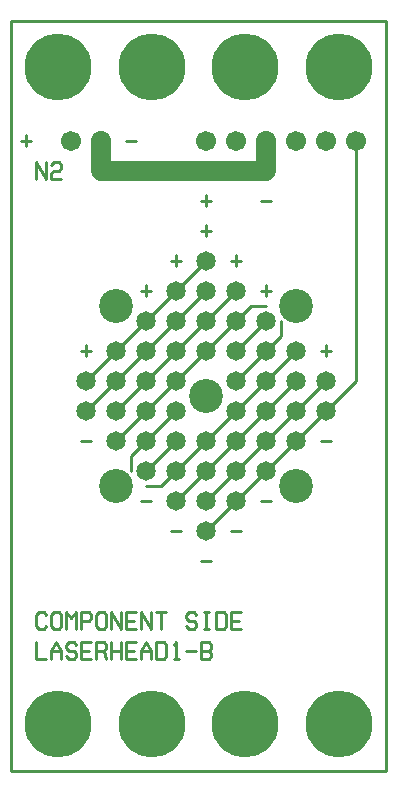
<source format=gtl>
%MOIN*%
%FSLAX25Y25*%
G04 D10 used for Character Trace; *
G04     Circle (OD=.01000) (No hole)*
G04 D11 used for Power Trace; *
G04     Circle (OD=.06700) (No hole)*
G04 D12 used for Signal Trace; *
G04     Circle (OD=.01100) (No hole)*
G04 D13 used for Via; *
G04     Circle (OD=.05800) (Round. Hole ID=.02800)*
G04 D14 used for Component hole; *
G04     Circle (OD=.06500) (Round. Hole ID=.03500)*
G04 D15 used for Component hole; *
G04     Circle (OD=.06700) (Round. Hole ID=.04300)*
G04 D16 used for Component hole; *
G04     Circle (OD=.08100) (Round. Hole ID=.05100)*
G04 D17 used for Component hole; *
G04     Circle (OD=.08900) (Round. Hole ID=.05900)*
G04 D18 used for Component hole; *
G04     Circle (OD=.11300) (Round. Hole ID=.08300)*
G04 D19 used for Component hole; *
G04     Circle (OD=.16000) (Round. Hole ID=.13000)*
G04 D20 used for Component hole; *
G04     Circle (OD=.18300) (Round. Hole ID=.15300)*
G04 D21 used for Component hole; *
G04     Circle (OD=.22291) (Round. Hole ID=.19291)*
%ADD10C,.01000*%
%ADD11C,.06700*%
%ADD12C,.01100*%
%ADD13C,.05800*%
%ADD14C,.06500*%
%ADD15C,.06700*%
%ADD16C,.08100*%
%ADD17C,.08900*%
%ADD18C,.11300*%
%ADD19C,.16000*%
%ADD20C,.18300*%
%ADD21C,.22291*%
%IPPOS*%
%LPD*%
G90*X0Y0D02*D21*X15625Y15625D03*D10*              
X8326Y42871D02*Y37129D01*X11674D01*X13326D02*     
Y40000D01*X15000Y42871D01*X16674Y40000D01*        
Y37129D01*X13326Y40000D02*X16674D01*              
X21674Y41914D02*X20837Y42871D01*X19163D01*        
X18326Y41914D01*Y40957D01*X19163Y40000D01*        
X20837D01*X21674Y39043D01*Y38086D01*              
X20837Y37129D01*X19163D01*X18326Y38086D01*        
X26674Y37129D02*X23326D01*Y42871D01*X26674D01*    
X23326Y40000D02*X25837D01*X28326Y37129D02*        
Y42871D01*X30837D01*X31674Y41914D01*Y40957D01*    
X30837Y40000D01*X28326D01*X30837D02*              
X31674Y37129D01*X33326D02*Y42871D01*              
X36674Y37129D02*Y42871D01*X33326Y40000D02*        
X36674D01*X41674Y37129D02*X38326D01*Y42871D01*    
X41674D01*X38326Y40000D02*X40837D01*              
X43326Y37129D02*Y40000D01*X45000Y42871D01*        
X46674Y40000D01*Y37129D01*X43326Y40000D02*        
X46674D01*X48326Y37129D02*Y42871D01*X50837D01*    
X51674Y41914D01*Y38086D01*X50837Y37129D01*        
X48326D01*X54163Y41914D02*X55000Y42871D01*        
Y37129D01*X54163D02*X55837D01*X58326Y40000D02*    
X61674D01*X63326Y37129D02*Y42871D01*X65837D01*    
X66674Y41914D01*Y40957D01*X65837Y40000D01*        
X66674Y39043D01*Y38086D01*X65837Y37129D01*        
X63326D01*Y40000D02*X65837D01*D21*X46875Y15625D03*
D10*X11674Y48086D02*X10837Y47129D01*X9163D01*     
X8326Y48086D01*Y51914D01*X9163Y52871D01*X10837D01*
X11674Y51914D01*X16674Y48086D02*X15837Y47129D01*  
X14163D01*X13326Y48086D01*Y51914D01*              
X14163Y52871D01*X15837D01*X16674Y51914D01*        
Y48086D01*X18326Y47129D02*Y52871D01*              
X20000Y50957D01*X21674Y52871D01*Y47129D01*        
X23326D02*Y52871D01*X25837D01*X26674Y51914D01*    
Y50957D01*X25837Y50000D01*X23326D01*              
X31674Y48086D02*X30837Y47129D01*X29163D01*        
X28326Y48086D01*Y51914D01*X29163Y52871D01*        
X30837D01*X31674Y51914D01*Y48086D01*              
X33326Y47129D02*Y52871D01*X36674Y47129D01*        
Y52871D01*X41674Y47129D02*X38326D01*Y52871D01*    
X41674D01*X38326Y50000D02*X40837D01*              
X43326Y47129D02*Y52871D01*X46674Y47129D01*        
Y52871D01*X50000Y47129D02*Y52871D01*X48326D02*    
X51674D01*X61674Y51914D02*X60837Y52871D01*        
X59163D01*X58326Y51914D01*Y50957D01*              
X59163Y50000D01*X60837D01*X61674Y49043D01*        
Y48086D01*X60837Y47129D01*X59163D01*              
X58326Y48086D01*X65000Y47129D02*Y52871D01*        
X64163Y47129D02*X65837D01*X64163Y52871D02*        
X65837D01*X68326Y47129D02*Y52871D01*X70837D01*    
X71674Y51914D01*Y48086D01*X70837Y47129D01*        
X68326D01*X76674D02*X73326D01*Y52871D01*X76674D01*
X73326Y50000D02*X75837D01*X63326Y70000D02*        
X66674D01*X73326Y80000D02*X76674D01*D14*X65000D03*
D12*X75000Y90000D01*D14*D03*D12*X85000Y100000D01* 
D14*D03*D12*X95000Y110000D01*D14*D03*D12*         
X105000Y120000D01*D14*D03*D12*X115000Y130000D01*  
Y210000D01*D15*D03*X105000D03*X95000D03*D21*      
X109375Y234375D03*D15*X85000Y210000D03*D11*       
Y200000D01*X30000D01*Y210000D01*D15*D03*D10*      
X38326D02*X41674D01*D15*X20000D03*D10*            
X8326Y197129D02*Y202871D01*X11674Y197129D01*      
Y202871D01*X13326Y201914D02*X14163Y202871D01*     
X15837D01*X16674Y201914D01*Y200957D01*            
X15837Y200000D01*X14163D01*X13326Y199043D01*      
Y197129D01*X16674D01*D21*X46875Y234375D03*D10*    
X3326Y210000D02*X6674D01*X5000Y211914D02*         
Y208086D01*D21*X15625Y234375D03*D10*              
X63326Y180000D02*X66674D01*X65000Y181914D02*      
Y178086D01*X63326Y190000D02*X66674D01*            
X65000Y191914D02*Y188086D01*D15*Y210000D03*D10*   
X53326Y170000D02*X56674D01*X55000Y171914D02*      
Y168086D01*D12*X0Y0D02*Y250000D01*Y0D02*          
X125000D01*Y250000D01*X0D01*D15*X75000Y210000D03* 
D21*X78125Y234375D03*D14*X65000Y170000D03*D12*    
X55000Y160000D01*D14*D03*D12*X45000Y150000D01*D14*
D03*D12*X35000Y140000D01*D14*D03*D12*             
X25000Y130000D01*D14*D03*X35000Y120000D03*D12*    
X45000Y130000D01*D14*D03*D12*X55000Y140000D01*D14*
D03*D12*X65000Y150000D01*D14*D03*D12*             
X75000Y160000D01*D14*D03*D12*Y150000D02*          
X80000Y155000D01*D14*X75000Y150000D03*D12*        
X65000Y140000D01*D14*D03*D12*X55000Y130000D01*D14*
D03*D12*X45000Y120000D01*D14*D03*D12*             
X35000Y110000D01*D14*D03*D12*X40000Y100000D02*    
Y105000D01*X45000Y95000D02*X50000D01*             
X55000Y100000D01*D14*D03*D12*X65000Y110000D01*D14*
D03*D12*X75000Y120000D01*D14*D03*D12*             
X85000Y130000D01*D14*D03*D12*X95000Y140000D01*D14*
D03*D12*X85000D02*X90000Y145000D01*D14*           
X85000Y140000D03*D12*X75000Y130000D01*D14*D03*    
X85000Y120000D03*D12*X75000Y110000D01*D14*D03*D12*
X65000Y100000D01*D14*D03*D12*X55000Y90000D01*D14* 
D03*X45000Y100000D03*D12*X55000Y110000D01*D14*D03*
Y120000D03*D12*X45000Y110000D01*D14*D03*D12*      
X40000Y105000D01*D18*X35000Y95000D03*D14*         
X25000Y120000D03*D12*X35000Y130000D01*D14*D03*D12*
X45000Y140000D01*D14*D03*D12*X55000Y150000D01*D14*
D03*D12*X65000Y160000D01*D14*D03*D10*             
X73326Y170000D02*X76674D01*X75000Y171914D02*      
Y168086D01*D12*X80000Y155000D02*X85000D01*        
X90000Y145000D02*Y150000D01*D14*X85000D03*D12*    
X75000Y140000D01*D14*D03*D18*X65000Y125000D03*D14*
X95000Y120000D03*D12*X85000Y110000D01*D14*D03*D12*
X75000Y100000D01*D14*D03*D12*X65000Y90000D01*D14* 
D03*D10*X53326Y80000D02*X56674D01*X83326Y90000D02*
X86674D01*X43326D02*X46674D01*D12*                
X95000Y120000D02*X105000Y130000D01*D14*D03*D10*   
X103326Y140000D02*X106674D01*X105000Y141914D02*   
Y138086D01*D14*X95000Y130000D03*D12*              
X85000Y120000D01*D10*X103326Y110000D02*X106674D01*
D18*X95000Y95000D03*Y155000D03*D10*               
X43326Y160000D02*X46674D01*X45000Y161914D02*      
Y158086D01*X83326Y160000D02*X86674D01*            
X85000Y161914D02*Y158086D01*D18*X35000Y155000D03* 
D10*X23326Y140000D02*X26674D01*X25000Y141914D02*  
Y138086D01*X23326Y110000D02*X26674D01*            
X83326Y190000D02*X86674D01*D21*X78125Y15625D03*   
X109375D03*M02*                                   

</source>
